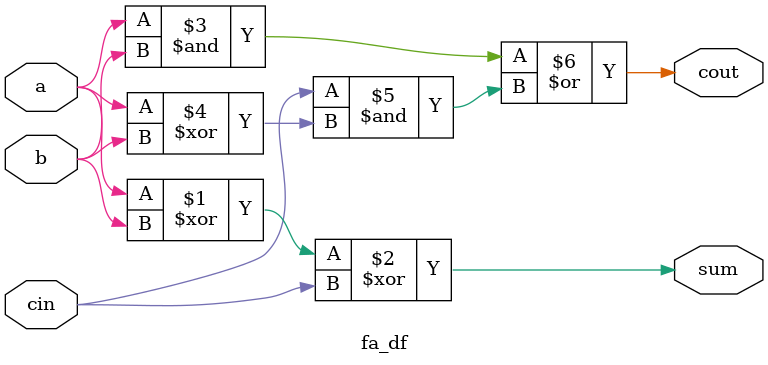
<source format=v>
`timescale 1ns / 1ps


module fa_df(
    input a,b,cin,
    output sum,cout
    );
    assign sum= a ^ b ^ cin;
    assign cout= (a&b) | (cin &(a^b));
endmodule

</source>
